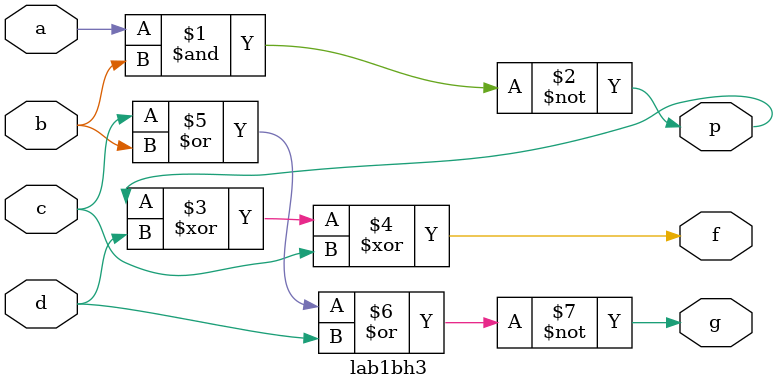
<source format=v>
module lab1bh3(a,b,c,d,p,f,g);
input a,b,c,d;
output g,p,f;
assign p= ~(a&b);
assign f=(p^d^c);
assign g= ~(c|b|d);
endmodule


</source>
